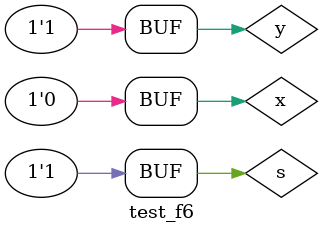
<source format=v>
module f6 ( output s1, output s2,input a,input b );
and AND1(s1,a,b);
or OR1(s2,a,b);
// descrever por portas
endmodule // f6
// -------------------------
// multiplexer
// -------------------------
module mux ( output s,input sa,input sb,input select );
// definir dados locais
wire notselect;
wire sa;
wire sb;
// descrever por portas
not NOT1 ( notselect, select );
and AND1 ( sa, a, select );
and AND2 ( sb, b, select );
or OR1 (s,sa,sb);
endmodule // mux
module test_f6;
// ------------------------- definir dados
reg x;
reg y;
reg s;
wire w;
wire z;
f6 modulo ( w, w, x, y );
mux MUX1 ( z, x, y, s );
// ------------------------- parte principal
initial
begin : main
$display("Exemplo_0602 - Luiza Ávila - 587490");
$display("Test LU's module");
$display(" x y s z");
x = 1'b0; y = 1'b1; s = 1'b0;
// projetar testes do modulo
#1 $monitor("%4b %4b %4b %4b", x, y, s, z );
#1 s = 1'b1;
end
endmodule // test_f6

</source>
